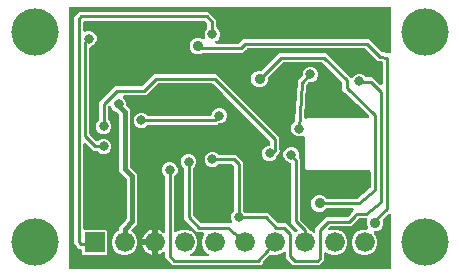
<source format=gbr>
G04 EAGLE Gerber RS-274X export*
G75*
%MOMM*%
%FSLAX34Y34*%
%LPD*%
%INBottom Copper*%
%IPPOS*%
%AMOC8*
5,1,8,0,0,1.08239X$1,22.5*%
G01*
%ADD10R,1.676400X1.676400*%
%ADD11C,1.676400*%
%ADD12C,4.000000*%
%ADD13C,0.806400*%
%ADD14C,0.250000*%
%ADD15C,0.406400*%
%ADD16C,0.254000*%
%ADD17C,0.906400*%

G36*
X135505Y-111743D02*
X135505Y-111743D01*
X135630Y-111734D01*
X135661Y-111723D01*
X135693Y-111719D01*
X135810Y-111673D01*
X135929Y-111632D01*
X135956Y-111614D01*
X135986Y-111602D01*
X136087Y-111528D01*
X136193Y-111459D01*
X136214Y-111435D01*
X136240Y-111416D01*
X136320Y-111318D01*
X136404Y-111225D01*
X136419Y-111196D01*
X136440Y-111171D01*
X136493Y-111057D01*
X136551Y-110946D01*
X136555Y-110920D01*
X136572Y-110885D01*
X136628Y-110574D01*
X136625Y-110535D01*
X136629Y-110510D01*
X136629Y-66020D01*
X136613Y-65895D01*
X136604Y-65770D01*
X136593Y-65739D01*
X136589Y-65707D01*
X136543Y-65590D01*
X136502Y-65471D01*
X136484Y-65444D01*
X136472Y-65414D01*
X136398Y-65313D01*
X136329Y-65207D01*
X136305Y-65186D01*
X136286Y-65160D01*
X136188Y-65080D01*
X136095Y-64996D01*
X136066Y-64981D01*
X136041Y-64960D01*
X135927Y-64907D01*
X135816Y-64849D01*
X135790Y-64845D01*
X135755Y-64828D01*
X135444Y-64772D01*
X135405Y-64775D01*
X135380Y-64771D01*
X135251Y-64771D01*
X135183Y-64779D01*
X135114Y-64778D01*
X135027Y-64799D01*
X134938Y-64811D01*
X134874Y-64836D01*
X134808Y-64852D01*
X134755Y-64883D01*
X134645Y-64928D01*
X134479Y-65049D01*
X134428Y-65080D01*
X130275Y-68712D01*
X130222Y-68772D01*
X130161Y-68826D01*
X130117Y-68890D01*
X130066Y-68948D01*
X130029Y-69020D01*
X129984Y-69087D01*
X129958Y-69160D01*
X129922Y-69229D01*
X129905Y-69308D01*
X129878Y-69384D01*
X129871Y-69461D01*
X129854Y-69537D01*
X129857Y-69618D01*
X129849Y-69698D01*
X129861Y-69752D01*
X129865Y-69852D01*
X129935Y-70089D01*
X129944Y-70130D01*
X130293Y-70973D01*
X130293Y-73787D01*
X129216Y-76386D01*
X127226Y-78376D01*
X124627Y-79453D01*
X123316Y-79453D01*
X123175Y-79471D01*
X123034Y-79485D01*
X123019Y-79491D01*
X123003Y-79493D01*
X122871Y-79545D01*
X122738Y-79594D01*
X122725Y-79604D01*
X122710Y-79610D01*
X122595Y-79693D01*
X122479Y-79774D01*
X122468Y-79787D01*
X122455Y-79796D01*
X122366Y-79906D01*
X122273Y-80014D01*
X122266Y-80028D01*
X122256Y-80041D01*
X122197Y-80170D01*
X122134Y-80297D01*
X122131Y-80313D01*
X122124Y-80327D01*
X122099Y-80467D01*
X122070Y-80606D01*
X122071Y-80622D01*
X122068Y-80638D01*
X122079Y-80779D01*
X122086Y-80921D01*
X122091Y-80936D01*
X122092Y-80952D01*
X122138Y-81087D01*
X122180Y-81222D01*
X122187Y-81233D01*
X122194Y-81251D01*
X122367Y-81515D01*
X122411Y-81555D01*
X122432Y-81585D01*
X123560Y-82713D01*
X125223Y-86727D01*
X125223Y-91073D01*
X123560Y-95087D01*
X120487Y-98160D01*
X116473Y-99823D01*
X112127Y-99823D01*
X108113Y-98160D01*
X105040Y-95087D01*
X103377Y-91073D01*
X103377Y-86727D01*
X105040Y-82713D01*
X108113Y-79640D01*
X112127Y-77977D01*
X116013Y-77977D01*
X116068Y-77970D01*
X116123Y-77972D01*
X116224Y-77950D01*
X116326Y-77937D01*
X116378Y-77917D01*
X116431Y-77905D01*
X116523Y-77859D01*
X116619Y-77820D01*
X116664Y-77788D01*
X116713Y-77763D01*
X116790Y-77695D01*
X116874Y-77634D01*
X116909Y-77591D01*
X116950Y-77555D01*
X117008Y-77469D01*
X117073Y-77389D01*
X117096Y-77339D01*
X117127Y-77294D01*
X117162Y-77197D01*
X117205Y-77103D01*
X117215Y-77048D01*
X117233Y-76997D01*
X117243Y-76894D01*
X117261Y-76792D01*
X117257Y-76737D01*
X117262Y-76682D01*
X117248Y-76619D01*
X117237Y-76478D01*
X117181Y-76314D01*
X117168Y-76250D01*
X116147Y-73787D01*
X116147Y-70973D01*
X116506Y-70108D01*
X116520Y-70055D01*
X116543Y-70005D01*
X116561Y-69903D01*
X116589Y-69804D01*
X116589Y-69748D01*
X116599Y-69694D01*
X116591Y-69591D01*
X116593Y-69488D01*
X116580Y-69435D01*
X116575Y-69380D01*
X116542Y-69282D01*
X116518Y-69182D01*
X116491Y-69133D01*
X116474Y-69081D01*
X116417Y-68995D01*
X116368Y-68904D01*
X116331Y-68863D01*
X116300Y-68817D01*
X116224Y-68748D01*
X116154Y-68672D01*
X116107Y-68643D01*
X116066Y-68606D01*
X115975Y-68558D01*
X115888Y-68502D01*
X115836Y-68485D01*
X115787Y-68459D01*
X115723Y-68448D01*
X115589Y-68403D01*
X115416Y-68392D01*
X115351Y-68381D01*
X110288Y-68381D01*
X110179Y-68395D01*
X110069Y-68400D01*
X110023Y-68414D01*
X109975Y-68421D01*
X109873Y-68461D01*
X109768Y-68494D01*
X109737Y-68515D01*
X109682Y-68538D01*
X109427Y-68724D01*
X109415Y-68739D01*
X109404Y-68747D01*
X109127Y-69023D01*
X108975Y-69221D01*
X108947Y-69251D01*
X108433Y-70086D01*
X108295Y-70118D01*
X108181Y-70162D01*
X108064Y-70198D01*
X108040Y-70214D01*
X108000Y-70229D01*
X107742Y-70411D01*
X107719Y-70437D01*
X107700Y-70451D01*
X102790Y-75361D01*
X85468Y-75361D01*
X85359Y-75375D01*
X85249Y-75380D01*
X85203Y-75394D01*
X85155Y-75401D01*
X85053Y-75441D01*
X84948Y-75474D01*
X84917Y-75496D01*
X84862Y-75518D01*
X84607Y-75704D01*
X84595Y-75719D01*
X84584Y-75727D01*
X83668Y-76643D01*
X83624Y-76699D01*
X83573Y-76749D01*
X83528Y-76824D01*
X83475Y-76893D01*
X83446Y-76958D01*
X83410Y-77019D01*
X83385Y-77102D01*
X83350Y-77183D01*
X83339Y-77253D01*
X83319Y-77321D01*
X83315Y-77408D01*
X83302Y-77494D01*
X83309Y-77565D01*
X83307Y-77636D01*
X83325Y-77722D01*
X83334Y-77808D01*
X83359Y-77875D01*
X83374Y-77945D01*
X83413Y-78022D01*
X83443Y-78104D01*
X83484Y-78163D01*
X83516Y-78226D01*
X83574Y-78292D01*
X83623Y-78363D01*
X83677Y-78410D01*
X83724Y-78463D01*
X83797Y-78512D01*
X83863Y-78569D01*
X83927Y-78600D01*
X83985Y-78640D01*
X84068Y-78670D01*
X84146Y-78708D01*
X84216Y-78723D01*
X84283Y-78747D01*
X84369Y-78754D01*
X84455Y-78772D01*
X84526Y-78769D01*
X84597Y-78775D01*
X84656Y-78762D01*
X84770Y-78756D01*
X84974Y-78693D01*
X85029Y-78681D01*
X86727Y-77977D01*
X91073Y-77977D01*
X95087Y-79640D01*
X98160Y-82713D01*
X99823Y-86727D01*
X99823Y-91073D01*
X98160Y-95087D01*
X95087Y-98160D01*
X91073Y-99823D01*
X86727Y-99823D01*
X82713Y-98160D01*
X82303Y-97750D01*
X82191Y-97664D01*
X82081Y-97574D01*
X82067Y-97567D01*
X82054Y-97557D01*
X81924Y-97501D01*
X81795Y-97442D01*
X81779Y-97439D01*
X81764Y-97433D01*
X81623Y-97411D01*
X81484Y-97386D01*
X81468Y-97387D01*
X81452Y-97385D01*
X81311Y-97399D01*
X81170Y-97410D01*
X81154Y-97415D01*
X81138Y-97417D01*
X81006Y-97466D01*
X80871Y-97512D01*
X80857Y-97521D01*
X80842Y-97526D01*
X80726Y-97607D01*
X80607Y-97685D01*
X80596Y-97697D01*
X80583Y-97706D01*
X80491Y-97814D01*
X80396Y-97919D01*
X80388Y-97933D01*
X80378Y-97945D01*
X80315Y-98073D01*
X80249Y-98198D01*
X80247Y-98211D01*
X80238Y-98228D01*
X80174Y-98537D01*
X80177Y-98597D01*
X80171Y-98634D01*
X80171Y-104140D01*
X75950Y-108361D01*
X53810Y-108361D01*
X47589Y-102140D01*
X47589Y-97874D01*
X47571Y-97733D01*
X47557Y-97592D01*
X47551Y-97577D01*
X47549Y-97561D01*
X47497Y-97430D01*
X47448Y-97296D01*
X47438Y-97283D01*
X47432Y-97268D01*
X47349Y-97153D01*
X47268Y-97037D01*
X47255Y-97026D01*
X47246Y-97013D01*
X47136Y-96924D01*
X47028Y-96831D01*
X47014Y-96824D01*
X47001Y-96814D01*
X46872Y-96755D01*
X46745Y-96692D01*
X46729Y-96689D01*
X46715Y-96682D01*
X46575Y-96657D01*
X46436Y-96628D01*
X46420Y-96629D01*
X46404Y-96626D01*
X46263Y-96637D01*
X46121Y-96644D01*
X46106Y-96649D01*
X46090Y-96650D01*
X45955Y-96696D01*
X45820Y-96738D01*
X45809Y-96745D01*
X45791Y-96752D01*
X45527Y-96925D01*
X45487Y-96969D01*
X45457Y-96990D01*
X44287Y-98160D01*
X40273Y-99823D01*
X35927Y-99823D01*
X35068Y-99467D01*
X34988Y-99445D01*
X34912Y-99414D01*
X34837Y-99404D01*
X34764Y-99384D01*
X34681Y-99383D01*
X34599Y-99372D01*
X34524Y-99381D01*
X34448Y-99380D01*
X34368Y-99399D01*
X34286Y-99409D01*
X34215Y-99437D01*
X34142Y-99455D01*
X34069Y-99494D01*
X33992Y-99524D01*
X33949Y-99558D01*
X33864Y-99604D01*
X33677Y-99777D01*
X33647Y-99801D01*
X28577Y-105635D01*
X28540Y-105690D01*
X28496Y-105739D01*
X28453Y-105821D01*
X28402Y-105897D01*
X28380Y-105960D01*
X28349Y-106019D01*
X28340Y-106071D01*
X27285Y-107126D01*
X27252Y-107168D01*
X27225Y-107190D01*
X26250Y-108312D01*
X26191Y-108330D01*
X26148Y-108361D01*
X24656Y-108361D01*
X24603Y-108367D01*
X24569Y-108364D01*
X23086Y-108468D01*
X23031Y-108439D01*
X22970Y-108428D01*
X22855Y-108388D01*
X22655Y-108371D01*
X22596Y-108361D01*
X-48190Y-108361D01*
X-54411Y-102140D01*
X-54411Y-98249D01*
X-54416Y-98205D01*
X-54414Y-98161D01*
X-54436Y-98049D01*
X-54451Y-97936D01*
X-54467Y-97895D01*
X-54476Y-97852D01*
X-54525Y-97749D01*
X-54568Y-97643D01*
X-54594Y-97608D01*
X-54613Y-97568D01*
X-54687Y-97481D01*
X-54754Y-97389D01*
X-54788Y-97361D01*
X-54817Y-97327D01*
X-54910Y-97262D01*
X-54999Y-97189D01*
X-55039Y-97171D01*
X-55075Y-97146D01*
X-55181Y-97105D01*
X-55285Y-97058D01*
X-55329Y-97050D01*
X-55370Y-97034D01*
X-55484Y-97022D01*
X-55596Y-97002D01*
X-55640Y-97005D01*
X-55684Y-97000D01*
X-55797Y-97017D01*
X-55910Y-97025D01*
X-55952Y-97040D01*
X-55996Y-97046D01*
X-56055Y-97075D01*
X-56209Y-97127D01*
X-56335Y-97210D01*
X-56394Y-97239D01*
X-57775Y-98242D01*
X-59307Y-99022D01*
X-60942Y-99554D01*
X-61001Y-99563D01*
X-61001Y-90150D01*
X-61017Y-90025D01*
X-61026Y-89900D01*
X-61037Y-89869D01*
X-61041Y-89837D01*
X-61087Y-89720D01*
X-61128Y-89601D01*
X-61146Y-89574D01*
X-61158Y-89544D01*
X-61232Y-89443D01*
X-61301Y-89337D01*
X-61325Y-89316D01*
X-61344Y-89290D01*
X-61442Y-89210D01*
X-61535Y-89126D01*
X-61564Y-89111D01*
X-61589Y-89090D01*
X-61703Y-89038D01*
X-61815Y-88979D01*
X-61840Y-88975D01*
X-61875Y-88958D01*
X-62186Y-88903D01*
X-62225Y-88905D01*
X-62250Y-88901D01*
X-63501Y-88901D01*
X-63501Y-88899D01*
X-62250Y-88899D01*
X-62125Y-88883D01*
X-62000Y-88874D01*
X-61969Y-88863D01*
X-61937Y-88859D01*
X-61820Y-88813D01*
X-61701Y-88772D01*
X-61674Y-88754D01*
X-61644Y-88742D01*
X-61543Y-88668D01*
X-61437Y-88599D01*
X-61416Y-88575D01*
X-61390Y-88556D01*
X-61310Y-88458D01*
X-61226Y-88365D01*
X-61211Y-88336D01*
X-61190Y-88311D01*
X-61137Y-88197D01*
X-61079Y-88085D01*
X-61075Y-88060D01*
X-61058Y-88025D01*
X-61002Y-87714D01*
X-61005Y-87675D01*
X-61001Y-87650D01*
X-61001Y-78237D01*
X-60942Y-78246D01*
X-59307Y-78778D01*
X-57775Y-79558D01*
X-56394Y-80561D01*
X-56356Y-80583D01*
X-56321Y-80611D01*
X-56218Y-80658D01*
X-56118Y-80713D01*
X-56075Y-80724D01*
X-56035Y-80742D01*
X-55922Y-80763D01*
X-55812Y-80791D01*
X-55768Y-80790D01*
X-55724Y-80798D01*
X-55610Y-80790D01*
X-55496Y-80789D01*
X-55454Y-80778D01*
X-55410Y-80775D01*
X-55302Y-80738D01*
X-55191Y-80709D01*
X-55153Y-80687D01*
X-55111Y-80673D01*
X-55015Y-80610D01*
X-54916Y-80554D01*
X-54884Y-80524D01*
X-54847Y-80500D01*
X-54771Y-80415D01*
X-54688Y-80336D01*
X-54665Y-80299D01*
X-54636Y-80266D01*
X-54583Y-80165D01*
X-54523Y-80068D01*
X-54510Y-80025D01*
X-54489Y-79986D01*
X-54477Y-79921D01*
X-54429Y-79766D01*
X-54422Y-79616D01*
X-54411Y-79551D01*
X-54411Y-33592D01*
X-54425Y-33483D01*
X-54430Y-33373D01*
X-54444Y-33327D01*
X-54451Y-33279D01*
X-54491Y-33177D01*
X-54524Y-33072D01*
X-54546Y-33041D01*
X-54568Y-32986D01*
X-54754Y-32732D01*
X-54769Y-32719D01*
X-54777Y-32709D01*
X-56192Y-31293D01*
X-57193Y-28877D01*
X-57193Y-26263D01*
X-56192Y-23847D01*
X-54343Y-21998D01*
X-51927Y-20997D01*
X-49313Y-20997D01*
X-46897Y-21998D01*
X-45048Y-23847D01*
X-44047Y-26263D01*
X-44047Y-28877D01*
X-45048Y-31293D01*
X-46463Y-32709D01*
X-46531Y-32795D01*
X-46604Y-32877D01*
X-46627Y-32920D01*
X-46657Y-32958D01*
X-46700Y-33059D01*
X-46751Y-33156D01*
X-46758Y-33193D01*
X-46781Y-33248D01*
X-46829Y-33560D01*
X-46827Y-33579D01*
X-46829Y-33592D01*
X-46829Y-79166D01*
X-46811Y-79306D01*
X-46797Y-79448D01*
X-46791Y-79463D01*
X-46789Y-79479D01*
X-46737Y-79611D01*
X-46688Y-79744D01*
X-46678Y-79757D01*
X-46672Y-79772D01*
X-46588Y-79887D01*
X-46508Y-80003D01*
X-46495Y-80013D01*
X-46486Y-80027D01*
X-46375Y-80117D01*
X-46268Y-80209D01*
X-46254Y-80216D01*
X-46241Y-80226D01*
X-46112Y-80286D01*
X-45985Y-80348D01*
X-45970Y-80351D01*
X-45955Y-80358D01*
X-45815Y-80383D01*
X-45676Y-80412D01*
X-45660Y-80411D01*
X-45644Y-80414D01*
X-45503Y-80403D01*
X-45361Y-80396D01*
X-45346Y-80391D01*
X-45330Y-80390D01*
X-45195Y-80344D01*
X-45060Y-80302D01*
X-45049Y-80295D01*
X-45031Y-80288D01*
X-44767Y-80115D01*
X-44727Y-80071D01*
X-44697Y-80050D01*
X-44287Y-79640D01*
X-40273Y-77977D01*
X-35927Y-77977D01*
X-31913Y-79640D01*
X-28840Y-82713D01*
X-27177Y-86727D01*
X-27177Y-91073D01*
X-28840Y-95087D01*
X-31913Y-98160D01*
X-32434Y-98376D01*
X-32496Y-98411D01*
X-32562Y-98438D01*
X-32633Y-98489D01*
X-32708Y-98532D01*
X-32759Y-98582D01*
X-32817Y-98624D01*
X-32872Y-98692D01*
X-32934Y-98753D01*
X-32971Y-98813D01*
X-33016Y-98869D01*
X-33053Y-98948D01*
X-33098Y-99022D01*
X-33118Y-99091D01*
X-33148Y-99155D01*
X-33163Y-99241D01*
X-33188Y-99325D01*
X-33191Y-99396D01*
X-33204Y-99466D01*
X-33197Y-99553D01*
X-33201Y-99640D01*
X-33185Y-99709D01*
X-33180Y-99780D01*
X-33152Y-99863D01*
X-33133Y-99948D01*
X-33101Y-100012D01*
X-33078Y-100079D01*
X-33030Y-100152D01*
X-32991Y-100230D01*
X-32944Y-100283D01*
X-32905Y-100343D01*
X-32840Y-100401D01*
X-32783Y-100467D01*
X-32724Y-100507D01*
X-32671Y-100554D01*
X-32594Y-100595D01*
X-32522Y-100644D01*
X-32455Y-100668D01*
X-32392Y-100701D01*
X-32332Y-100712D01*
X-32225Y-100750D01*
X-32012Y-100769D01*
X-31956Y-100779D01*
X-18844Y-100779D01*
X-18773Y-100770D01*
X-18702Y-100771D01*
X-18617Y-100750D01*
X-18531Y-100739D01*
X-18465Y-100713D01*
X-18395Y-100696D01*
X-18319Y-100655D01*
X-18238Y-100622D01*
X-18180Y-100580D01*
X-18118Y-100547D01*
X-18054Y-100487D01*
X-17983Y-100436D01*
X-17938Y-100381D01*
X-17886Y-100332D01*
X-17839Y-100259D01*
X-17784Y-100191D01*
X-17754Y-100127D01*
X-17716Y-100067D01*
X-17689Y-99984D01*
X-17652Y-99905D01*
X-17639Y-99835D01*
X-17617Y-99767D01*
X-17612Y-99680D01*
X-17596Y-99594D01*
X-17602Y-99523D01*
X-17597Y-99452D01*
X-17613Y-99367D01*
X-17620Y-99280D01*
X-17643Y-99212D01*
X-17656Y-99142D01*
X-17693Y-99064D01*
X-17722Y-98981D01*
X-17761Y-98921D01*
X-17791Y-98857D01*
X-17847Y-98790D01*
X-17895Y-98717D01*
X-17948Y-98670D01*
X-17993Y-98615D01*
X-18044Y-98582D01*
X-18129Y-98506D01*
X-18318Y-98406D01*
X-18366Y-98376D01*
X-18887Y-98160D01*
X-21960Y-95087D01*
X-23623Y-91073D01*
X-23623Y-86727D01*
X-21960Y-82713D01*
X-21740Y-82493D01*
X-21654Y-82382D01*
X-21564Y-82271D01*
X-21557Y-82257D01*
X-21547Y-82244D01*
X-21491Y-82114D01*
X-21432Y-81985D01*
X-21429Y-81969D01*
X-21423Y-81954D01*
X-21401Y-81814D01*
X-21376Y-81674D01*
X-21377Y-81658D01*
X-21375Y-81642D01*
X-21389Y-81501D01*
X-21400Y-81360D01*
X-21405Y-81344D01*
X-21407Y-81328D01*
X-21456Y-81196D01*
X-21502Y-81061D01*
X-21510Y-81048D01*
X-21516Y-81032D01*
X-21597Y-80916D01*
X-21675Y-80797D01*
X-21687Y-80786D01*
X-21696Y-80773D01*
X-21803Y-80681D01*
X-21909Y-80586D01*
X-21923Y-80578D01*
X-21935Y-80568D01*
X-22063Y-80505D01*
X-22188Y-80439D01*
X-22201Y-80437D01*
X-22218Y-80428D01*
X-22527Y-80364D01*
X-22587Y-80367D01*
X-22624Y-80361D01*
X-27190Y-80361D01*
X-38411Y-69140D01*
X-38411Y-26592D01*
X-38425Y-26483D01*
X-38430Y-26373D01*
X-38444Y-26327D01*
X-38451Y-26279D01*
X-38491Y-26177D01*
X-38524Y-26072D01*
X-38546Y-26041D01*
X-38568Y-25986D01*
X-38754Y-25732D01*
X-38769Y-25719D01*
X-38777Y-25709D01*
X-40192Y-24293D01*
X-41193Y-21877D01*
X-41193Y-19263D01*
X-40192Y-16847D01*
X-38343Y-14998D01*
X-35927Y-13997D01*
X-33313Y-13997D01*
X-30897Y-14998D01*
X-29048Y-16847D01*
X-28047Y-19263D01*
X-28047Y-21877D01*
X-29048Y-24293D01*
X-30463Y-25709D01*
X-30531Y-25795D01*
X-30604Y-25877D01*
X-30627Y-25920D01*
X-30657Y-25958D01*
X-30700Y-26059D01*
X-30751Y-26156D01*
X-30758Y-26193D01*
X-30781Y-26248D01*
X-30829Y-26560D01*
X-30827Y-26579D01*
X-30829Y-26592D01*
X-30829Y-65482D01*
X-30815Y-65591D01*
X-30810Y-65701D01*
X-30796Y-65747D01*
X-30789Y-65795D01*
X-30749Y-65897D01*
X-30716Y-66002D01*
X-30694Y-66033D01*
X-30672Y-66088D01*
X-30486Y-66343D01*
X-30471Y-66355D01*
X-30463Y-66366D01*
X-24416Y-72413D01*
X-24329Y-72481D01*
X-24247Y-72554D01*
X-24204Y-72577D01*
X-24166Y-72607D01*
X-24065Y-72650D01*
X-23968Y-72701D01*
X-23931Y-72708D01*
X-23876Y-72731D01*
X-23564Y-72779D01*
X-23545Y-72777D01*
X-23532Y-72779D01*
X-1045Y-72779D01*
X-1008Y-72775D01*
X-983Y-72778D01*
X693Y-72694D01*
X716Y-72690D01*
X740Y-72691D01*
X871Y-72663D01*
X1003Y-72639D01*
X1025Y-72629D01*
X1049Y-72624D01*
X1169Y-72563D01*
X1290Y-72508D01*
X1309Y-72493D01*
X1330Y-72482D01*
X1431Y-72393D01*
X1535Y-72309D01*
X1549Y-72289D01*
X1567Y-72273D01*
X1643Y-72163D01*
X1722Y-72055D01*
X1731Y-72032D01*
X1745Y-72012D01*
X1790Y-71886D01*
X1839Y-71762D01*
X1843Y-71738D01*
X1851Y-71715D01*
X1863Y-71582D01*
X1880Y-71449D01*
X1877Y-71425D01*
X1879Y-71401D01*
X1867Y-71345D01*
X1841Y-71136D01*
X1798Y-71028D01*
X1785Y-70969D01*
X997Y-69067D01*
X997Y-66453D01*
X1998Y-64037D01*
X3413Y-62621D01*
X3481Y-62535D01*
X3554Y-62453D01*
X3577Y-62410D01*
X3607Y-62372D01*
X3650Y-62271D01*
X3701Y-62174D01*
X3708Y-62137D01*
X3731Y-62082D01*
X3779Y-61770D01*
X3777Y-61751D01*
X3779Y-61738D01*
X3779Y-24658D01*
X3765Y-24549D01*
X3760Y-24439D01*
X3746Y-24393D01*
X3739Y-24345D01*
X3699Y-24243D01*
X3666Y-24138D01*
X3644Y-24107D01*
X3622Y-24052D01*
X3436Y-23797D01*
X3421Y-23785D01*
X3413Y-23774D01*
X2366Y-22727D01*
X2279Y-22659D01*
X2197Y-22586D01*
X2154Y-22563D01*
X2116Y-22533D01*
X2015Y-22490D01*
X1918Y-22439D01*
X1881Y-22432D01*
X1826Y-22409D01*
X1514Y-22361D01*
X1495Y-22363D01*
X1482Y-22361D01*
X-8598Y-22361D01*
X-8707Y-22375D01*
X-8817Y-22380D01*
X-8863Y-22394D01*
X-8911Y-22401D01*
X-9013Y-22441D01*
X-9118Y-22474D01*
X-9149Y-22496D01*
X-9204Y-22518D01*
X-9458Y-22704D01*
X-9471Y-22719D01*
X-9481Y-22727D01*
X-10897Y-24142D01*
X-13313Y-25143D01*
X-15927Y-25143D01*
X-18343Y-24142D01*
X-20192Y-22293D01*
X-21193Y-19877D01*
X-21193Y-17263D01*
X-20192Y-14847D01*
X-18343Y-12998D01*
X-15927Y-11997D01*
X-13313Y-11997D01*
X-10897Y-12998D01*
X-9481Y-14413D01*
X-9395Y-14481D01*
X-9313Y-14554D01*
X-9270Y-14577D01*
X-9232Y-14607D01*
X-9131Y-14650D01*
X-9034Y-14701D01*
X-8997Y-14708D01*
X-8942Y-14731D01*
X-8630Y-14779D01*
X-8611Y-14777D01*
X-8598Y-14779D01*
X5140Y-14779D01*
X11361Y-21000D01*
X11361Y-61738D01*
X11375Y-61847D01*
X11380Y-61957D01*
X11394Y-62003D01*
X11401Y-62051D01*
X11441Y-62153D01*
X11474Y-62258D01*
X11496Y-62289D01*
X11518Y-62344D01*
X11704Y-62598D01*
X11719Y-62611D01*
X11727Y-62621D01*
X12709Y-63603D01*
X12795Y-63671D01*
X12877Y-63744D01*
X12920Y-63767D01*
X12958Y-63797D01*
X13059Y-63840D01*
X13156Y-63891D01*
X13193Y-63898D01*
X13248Y-63921D01*
X13560Y-63969D01*
X13579Y-63967D01*
X13592Y-63969D01*
X32140Y-63969D01*
X40584Y-72413D01*
X40671Y-72481D01*
X40753Y-72554D01*
X40796Y-72577D01*
X40834Y-72607D01*
X40935Y-72650D01*
X41032Y-72701D01*
X41069Y-72708D01*
X41124Y-72731D01*
X41436Y-72779D01*
X41455Y-72777D01*
X41468Y-72779D01*
X47950Y-72779D01*
X55179Y-80008D01*
X55278Y-80085D01*
X55374Y-80167D01*
X55402Y-80181D01*
X55428Y-80201D01*
X55544Y-80251D01*
X55657Y-80306D01*
X55688Y-80313D01*
X55718Y-80325D01*
X55843Y-80344D01*
X55966Y-80370D01*
X55998Y-80368D01*
X56030Y-80373D01*
X56155Y-80360D01*
X56281Y-80354D01*
X56312Y-80345D01*
X56344Y-80341D01*
X56462Y-80298D01*
X56582Y-80260D01*
X56603Y-80245D01*
X56640Y-80232D01*
X56899Y-80052D01*
X56924Y-80022D01*
X56945Y-80008D01*
X57279Y-79674D01*
X57356Y-79575D01*
X57438Y-79479D01*
X57452Y-79451D01*
X57472Y-79425D01*
X57521Y-79309D01*
X57577Y-79196D01*
X57583Y-79165D01*
X57596Y-79135D01*
X57615Y-79010D01*
X57641Y-78887D01*
X57639Y-78855D01*
X57644Y-78823D01*
X57631Y-78698D01*
X57625Y-78572D01*
X57615Y-78541D01*
X57612Y-78509D01*
X57569Y-78391D01*
X57531Y-78271D01*
X57516Y-78250D01*
X57503Y-78213D01*
X57323Y-77954D01*
X57293Y-77929D01*
X57279Y-77908D01*
X54667Y-75297D01*
X52069Y-72698D01*
X52069Y-22582D01*
X52053Y-22457D01*
X52044Y-22332D01*
X52033Y-22301D01*
X52029Y-22269D01*
X51983Y-22152D01*
X51942Y-22033D01*
X51924Y-22006D01*
X51912Y-21976D01*
X51838Y-21875D01*
X51769Y-21769D01*
X51745Y-21748D01*
X51726Y-21722D01*
X51628Y-21642D01*
X51535Y-21558D01*
X51506Y-21543D01*
X51481Y-21522D01*
X51367Y-21469D01*
X51256Y-21411D01*
X51230Y-21407D01*
X51195Y-21390D01*
X50941Y-21345D01*
X48497Y-20332D01*
X46648Y-18483D01*
X45647Y-16067D01*
X45647Y-13453D01*
X46648Y-11037D01*
X48497Y-9188D01*
X50913Y-8187D01*
X53527Y-8187D01*
X55943Y-9188D01*
X57792Y-11037D01*
X58793Y-13453D01*
X58793Y-16067D01*
X58689Y-16319D01*
X58678Y-16356D01*
X58661Y-16392D01*
X58637Y-16508D01*
X58606Y-16623D01*
X58605Y-16662D01*
X58597Y-16701D01*
X58603Y-16819D01*
X58602Y-16939D01*
X58611Y-16977D01*
X58613Y-17016D01*
X58648Y-17129D01*
X58677Y-17245D01*
X58695Y-17280D01*
X58707Y-17317D01*
X58740Y-17364D01*
X58740Y-17365D01*
X58747Y-17376D01*
X58826Y-17523D01*
X58887Y-17588D01*
X58913Y-17629D01*
X58941Y-17654D01*
X58959Y-17680D01*
X59693Y-18414D01*
X59711Y-18552D01*
X59731Y-18708D01*
X59731Y-18709D01*
X59731Y-18710D01*
X59733Y-18713D01*
X59848Y-19001D01*
X59896Y-19068D01*
X59908Y-19093D01*
X59710Y-20216D01*
X59702Y-20368D01*
X59691Y-20433D01*
X59691Y-69024D01*
X59705Y-69133D01*
X59710Y-69243D01*
X59724Y-69289D01*
X59731Y-69337D01*
X59771Y-69439D01*
X59804Y-69544D01*
X59826Y-69575D01*
X59848Y-69630D01*
X60034Y-69884D01*
X60049Y-69897D01*
X60057Y-69907D01*
X67311Y-77162D01*
X67311Y-77821D01*
X67316Y-77860D01*
X67313Y-77899D01*
X67336Y-78016D01*
X67351Y-78134D01*
X67365Y-78170D01*
X67372Y-78209D01*
X67423Y-78316D01*
X67468Y-78427D01*
X67491Y-78459D01*
X67507Y-78494D01*
X67584Y-78585D01*
X67654Y-78681D01*
X67684Y-78706D01*
X67710Y-78736D01*
X67765Y-78771D01*
X67899Y-78881D01*
X68027Y-78940D01*
X68082Y-78975D01*
X69687Y-79640D01*
X70457Y-80410D01*
X70569Y-80497D01*
X70679Y-80586D01*
X70693Y-80593D01*
X70706Y-80603D01*
X70836Y-80659D01*
X70965Y-80718D01*
X70981Y-80721D01*
X70996Y-80727D01*
X71137Y-80749D01*
X71276Y-80774D01*
X71292Y-80773D01*
X71308Y-80775D01*
X71449Y-80761D01*
X71590Y-80750D01*
X71606Y-80745D01*
X71622Y-80743D01*
X71754Y-80694D01*
X71889Y-80648D01*
X71903Y-80639D01*
X71918Y-80634D01*
X72034Y-80553D01*
X72153Y-80475D01*
X72164Y-80463D01*
X72177Y-80454D01*
X72269Y-80347D01*
X72364Y-80241D01*
X72372Y-80227D01*
X72382Y-80215D01*
X72445Y-80087D01*
X72511Y-79962D01*
X72513Y-79949D01*
X72522Y-79932D01*
X72586Y-79623D01*
X72583Y-79563D01*
X72589Y-79526D01*
X72589Y-77000D01*
X81810Y-67779D01*
X99132Y-67779D01*
X99241Y-67765D01*
X99351Y-67760D01*
X99397Y-67746D01*
X99445Y-67739D01*
X99547Y-67699D01*
X99652Y-67666D01*
X99683Y-67644D01*
X99738Y-67622D01*
X99993Y-67436D01*
X100005Y-67421D01*
X100016Y-67413D01*
X102933Y-64497D01*
X103085Y-64299D01*
X103113Y-64269D01*
X103383Y-63829D01*
X103434Y-63718D01*
X103491Y-63609D01*
X103496Y-63581D01*
X103514Y-63542D01*
X103568Y-63231D01*
X103565Y-63197D01*
X103569Y-63174D01*
X103569Y-62992D01*
X104328Y-62233D01*
X104481Y-62036D01*
X104508Y-62005D01*
X104761Y-61596D01*
X104824Y-61455D01*
X104889Y-61315D01*
X104889Y-61311D01*
X104891Y-61308D01*
X104918Y-61155D01*
X104945Y-61004D01*
X104944Y-61001D01*
X104945Y-60997D01*
X104932Y-60841D01*
X104921Y-60690D01*
X104920Y-60686D01*
X104920Y-60683D01*
X104870Y-60540D01*
X104819Y-60391D01*
X104817Y-60388D01*
X104816Y-60385D01*
X104733Y-60260D01*
X104646Y-60127D01*
X104643Y-60125D01*
X104641Y-60122D01*
X104529Y-60022D01*
X104412Y-59916D01*
X104409Y-59914D01*
X104406Y-59912D01*
X104269Y-59841D01*
X104133Y-59769D01*
X104130Y-59769D01*
X104126Y-59767D01*
X103819Y-59697D01*
X103742Y-59699D01*
X103697Y-59691D01*
X82909Y-59691D01*
X82800Y-59705D01*
X82690Y-59710D01*
X82644Y-59724D01*
X82596Y-59731D01*
X82494Y-59771D01*
X82389Y-59804D01*
X82358Y-59826D01*
X82303Y-59848D01*
X82049Y-60034D01*
X82037Y-60049D01*
X82026Y-60057D01*
X80206Y-61876D01*
X77607Y-62953D01*
X74793Y-62953D01*
X72194Y-61876D01*
X70204Y-59886D01*
X69127Y-57287D01*
X69127Y-54473D01*
X70204Y-51874D01*
X72194Y-49884D01*
X74793Y-48807D01*
X77607Y-48807D01*
X80206Y-49884D01*
X82026Y-51703D01*
X82113Y-51771D01*
X82194Y-51844D01*
X82237Y-51867D01*
X82275Y-51897D01*
X82376Y-51940D01*
X82474Y-51991D01*
X82511Y-51998D01*
X82565Y-52021D01*
X82877Y-52069D01*
X82896Y-52067D01*
X82909Y-52069D01*
X107414Y-52069D01*
X107461Y-52063D01*
X107509Y-52066D01*
X107617Y-52043D01*
X107727Y-52029D01*
X107771Y-52012D01*
X107818Y-52002D01*
X107876Y-51970D01*
X108020Y-51912D01*
X108147Y-51819D01*
X108205Y-51787D01*
X118921Y-43019D01*
X118931Y-43009D01*
X118943Y-43001D01*
X119040Y-42894D01*
X119138Y-42790D01*
X119145Y-42778D01*
X119154Y-42767D01*
X119221Y-42639D01*
X119291Y-42514D01*
X119294Y-42500D01*
X119301Y-42488D01*
X119309Y-42445D01*
X119369Y-42208D01*
X119369Y-42107D01*
X119379Y-42052D01*
X119379Y-29190D01*
X119363Y-29065D01*
X119354Y-28940D01*
X119343Y-28909D01*
X119339Y-28877D01*
X119293Y-28760D01*
X119252Y-28641D01*
X119234Y-28614D01*
X119222Y-28584D01*
X119148Y-28483D01*
X119079Y-28377D01*
X119055Y-28356D01*
X119036Y-28330D01*
X118938Y-28250D01*
X118845Y-28166D01*
X118816Y-28151D01*
X118791Y-28130D01*
X118677Y-28077D01*
X118566Y-28019D01*
X118540Y-28015D01*
X118505Y-27998D01*
X118194Y-27942D01*
X118155Y-27945D01*
X118130Y-27941D01*
X65732Y-27941D01*
X63499Y-25708D01*
X63499Y376D01*
X63492Y431D01*
X63494Y486D01*
X63472Y587D01*
X63459Y689D01*
X63439Y740D01*
X63427Y794D01*
X63381Y886D01*
X63342Y982D01*
X63310Y1027D01*
X63285Y1076D01*
X63217Y1153D01*
X63156Y1236D01*
X63113Y1271D01*
X63077Y1313D01*
X62991Y1371D01*
X62911Y1436D01*
X62861Y1459D01*
X62816Y1490D01*
X62719Y1525D01*
X62625Y1568D01*
X62570Y1578D01*
X62519Y1596D01*
X62416Y1605D01*
X62314Y1624D01*
X62259Y1619D01*
X62204Y1624D01*
X62141Y1611D01*
X62000Y1600D01*
X61836Y1544D01*
X61772Y1530D01*
X60147Y857D01*
X57533Y857D01*
X55117Y1858D01*
X53268Y3707D01*
X52267Y6123D01*
X52267Y8737D01*
X53268Y11153D01*
X55091Y12977D01*
X55134Y13032D01*
X55184Y13080D01*
X55230Y13156D01*
X55285Y13226D01*
X55312Y13290D01*
X55348Y13349D01*
X55363Y13408D01*
X55409Y13516D01*
X55441Y13723D01*
X55455Y13779D01*
X57587Y46513D01*
X57584Y46562D01*
X57589Y46594D01*
X57589Y48100D01*
X57614Y48141D01*
X57623Y48176D01*
X58756Y49171D01*
X58789Y49208D01*
X58815Y49226D01*
X61441Y51852D01*
X61509Y51939D01*
X61582Y52021D01*
X61605Y52064D01*
X61635Y52102D01*
X61678Y52203D01*
X61729Y52300D01*
X61736Y52337D01*
X61759Y52392D01*
X61807Y52704D01*
X61805Y52723D01*
X61807Y52736D01*
X61807Y54737D01*
X62808Y57153D01*
X64657Y59002D01*
X67073Y60003D01*
X69687Y60003D01*
X72103Y59002D01*
X73952Y57153D01*
X74953Y54737D01*
X74953Y52123D01*
X73952Y49707D01*
X72103Y47858D01*
X69687Y46857D01*
X67686Y46857D01*
X67577Y46843D01*
X67467Y46838D01*
X67421Y46824D01*
X67373Y46817D01*
X67271Y46777D01*
X67166Y46744D01*
X67135Y46722D01*
X67080Y46700D01*
X66825Y46514D01*
X66813Y46499D01*
X66802Y46491D01*
X65403Y45092D01*
X65360Y45037D01*
X65310Y44988D01*
X65264Y44912D01*
X65209Y44842D01*
X65182Y44778D01*
X65146Y44719D01*
X65131Y44660D01*
X65085Y44552D01*
X65053Y44345D01*
X65039Y44290D01*
X63271Y17145D01*
X63273Y17121D01*
X63269Y17096D01*
X63283Y16963D01*
X63291Y16830D01*
X63299Y16807D01*
X63301Y16782D01*
X63347Y16657D01*
X63389Y16530D01*
X63402Y16509D01*
X63410Y16486D01*
X63487Y16377D01*
X63558Y16264D01*
X63576Y16247D01*
X63590Y16227D01*
X63692Y16140D01*
X63789Y16049D01*
X63811Y16038D01*
X63830Y16022D01*
X63949Y15963D01*
X64067Y15899D01*
X64091Y15893D01*
X64113Y15882D01*
X64243Y15855D01*
X64373Y15823D01*
X64398Y15823D01*
X64422Y15818D01*
X64555Y15825D01*
X64688Y15826D01*
X64712Y15833D01*
X64737Y15834D01*
X64864Y15874D01*
X64993Y15909D01*
X65014Y15921D01*
X65038Y15928D01*
X65086Y15961D01*
X65267Y16064D01*
X65352Y16146D01*
X65401Y16181D01*
X65732Y16511D01*
X117194Y16511D01*
X117195Y16511D01*
X117196Y16511D01*
X117354Y16531D01*
X117507Y16551D01*
X117508Y16551D01*
X117509Y16551D01*
X117649Y16607D01*
X117800Y16668D01*
X117801Y16668D01*
X117802Y16668D01*
X117920Y16755D01*
X118055Y16854D01*
X118055Y16855D01*
X118056Y16855D01*
X118154Y16976D01*
X118254Y17099D01*
X118255Y17099D01*
X118255Y17100D01*
X118316Y17233D01*
X118386Y17385D01*
X118386Y17386D01*
X118387Y17387D01*
X118416Y17550D01*
X118442Y17696D01*
X118442Y17697D01*
X118430Y17852D01*
X118418Y18010D01*
X118418Y18011D01*
X118418Y18012D01*
X118369Y18154D01*
X118317Y18309D01*
X118316Y18310D01*
X118313Y18314D01*
X118143Y18573D01*
X118082Y18628D01*
X118054Y18667D01*
X97903Y37757D01*
X97828Y37812D01*
X97759Y37874D01*
X97701Y37905D01*
X97648Y37943D01*
X97631Y37950D01*
X96414Y39167D01*
X96398Y39179D01*
X96390Y39191D01*
X95249Y40271D01*
X95249Y41842D01*
X95247Y41862D01*
X95249Y41875D01*
X95202Y43596D01*
X95210Y43615D01*
X95249Y43923D01*
X95249Y43926D01*
X95249Y46164D01*
X95235Y46273D01*
X95230Y46383D01*
X95216Y46429D01*
X95209Y46477D01*
X95169Y46579D01*
X95136Y46684D01*
X95114Y46715D01*
X95092Y46770D01*
X94906Y47024D01*
X94891Y47037D01*
X94883Y47047D01*
X78677Y63253D01*
X78591Y63321D01*
X78509Y63394D01*
X78466Y63417D01*
X78428Y63447D01*
X78327Y63490D01*
X78230Y63541D01*
X78193Y63548D01*
X78138Y63571D01*
X77826Y63619D01*
X77807Y63617D01*
X77794Y63619D01*
X75514Y63619D01*
X75386Y63639D01*
X75367Y63637D01*
X75354Y63639D01*
X45468Y63639D01*
X45359Y63625D01*
X45249Y63620D01*
X45203Y63606D01*
X45155Y63599D01*
X45053Y63559D01*
X44948Y63526D01*
X44917Y63504D01*
X44862Y63482D01*
X44607Y63296D01*
X44595Y63281D01*
X44584Y63273D01*
X32819Y51508D01*
X32751Y51421D01*
X32678Y51339D01*
X32655Y51296D01*
X32625Y51258D01*
X32582Y51157D01*
X32531Y51060D01*
X32524Y51023D01*
X32501Y50968D01*
X32453Y50656D01*
X32455Y50637D01*
X32453Y50624D01*
X32453Y48023D01*
X31376Y45424D01*
X29386Y43434D01*
X26787Y42357D01*
X23973Y42357D01*
X21374Y43434D01*
X19384Y45424D01*
X18307Y48023D01*
X18307Y50837D01*
X19384Y53436D01*
X21374Y55426D01*
X23973Y56503D01*
X26574Y56503D01*
X26683Y56517D01*
X26793Y56522D01*
X26839Y56536D01*
X26887Y56543D01*
X26989Y56583D01*
X27094Y56616D01*
X27125Y56638D01*
X27180Y56660D01*
X27435Y56846D01*
X27447Y56861D01*
X27458Y56869D01*
X41810Y71221D01*
X75354Y71221D01*
X75463Y71235D01*
X75573Y71240D01*
X75575Y71241D01*
X81468Y71241D01*
X100272Y52437D01*
X100273Y52437D01*
X102226Y50483D01*
X102269Y50450D01*
X102307Y50409D01*
X102394Y50353D01*
X102475Y50290D01*
X102526Y50269D01*
X102572Y50239D01*
X102670Y50207D01*
X102765Y50166D01*
X102820Y50157D01*
X102872Y50140D01*
X102975Y50134D01*
X103077Y50118D01*
X103132Y50124D01*
X103187Y50120D01*
X103288Y50139D01*
X103391Y50150D01*
X103443Y50169D01*
X103497Y50179D01*
X103590Y50223D01*
X103687Y50259D01*
X103732Y50291D01*
X103782Y50314D01*
X103861Y50380D01*
X103946Y50439D01*
X103982Y50481D01*
X104024Y50516D01*
X104060Y50571D01*
X104152Y50678D01*
X104228Y50834D01*
X104263Y50889D01*
X104348Y51093D01*
X106197Y52942D01*
X108613Y53943D01*
X111227Y53943D01*
X113643Y52942D01*
X115419Y51167D01*
X115505Y51099D01*
X115587Y51026D01*
X115630Y51003D01*
X115668Y50974D01*
X115769Y50930D01*
X115866Y50879D01*
X115903Y50872D01*
X115958Y50849D01*
X116270Y50801D01*
X116289Y50803D01*
X116302Y50801D01*
X120958Y50801D01*
X123557Y48203D01*
X127407Y44353D01*
X127519Y44266D01*
X127629Y44176D01*
X127643Y44169D01*
X127656Y44159D01*
X127787Y44103D01*
X127915Y44044D01*
X127931Y44041D01*
X127946Y44035D01*
X128087Y44013D01*
X128226Y43988D01*
X128242Y43989D01*
X128258Y43987D01*
X128399Y44001D01*
X128540Y44012D01*
X128556Y44017D01*
X128572Y44019D01*
X128705Y44068D01*
X128839Y44114D01*
X128853Y44123D01*
X128868Y44128D01*
X128984Y44209D01*
X129103Y44287D01*
X129114Y44299D01*
X129127Y44308D01*
X129219Y44415D01*
X129314Y44521D01*
X129322Y44535D01*
X129332Y44547D01*
X129395Y44674D01*
X129461Y44800D01*
X129463Y44813D01*
X129472Y44831D01*
X129536Y45140D01*
X129533Y45199D01*
X129539Y45236D01*
X129539Y63178D01*
X129535Y63212D01*
X129537Y63246D01*
X129515Y63367D01*
X129514Y63386D01*
X129512Y63391D01*
X129499Y63491D01*
X129487Y63523D01*
X129481Y63556D01*
X129429Y63669D01*
X129382Y63784D01*
X129362Y63812D01*
X129348Y63842D01*
X129269Y63938D01*
X129196Y64039D01*
X129170Y64060D01*
X129148Y64086D01*
X129048Y64160D01*
X128951Y64238D01*
X128921Y64252D01*
X128893Y64272D01*
X128833Y64293D01*
X128665Y64370D01*
X128535Y64394D01*
X128474Y64414D01*
X127055Y64626D01*
X126932Y64628D01*
X126871Y64639D01*
X125785Y64639D01*
X125760Y64657D01*
X125650Y64743D01*
X125633Y64750D01*
X125619Y64760D01*
X125572Y64776D01*
X125360Y64868D01*
X125266Y64882D01*
X124460Y65970D01*
X124375Y66059D01*
X124340Y66110D01*
X115176Y75273D01*
X115089Y75341D01*
X115007Y75414D01*
X114964Y75437D01*
X114926Y75467D01*
X114825Y75510D01*
X114728Y75561D01*
X114691Y75568D01*
X114636Y75591D01*
X114324Y75639D01*
X114305Y75637D01*
X114292Y75639D01*
X15468Y75639D01*
X15359Y75625D01*
X15249Y75620D01*
X15203Y75606D01*
X15155Y75599D01*
X15053Y75559D01*
X14948Y75526D01*
X14917Y75504D01*
X14862Y75482D01*
X14607Y75296D01*
X14601Y75288D01*
X14596Y75285D01*
X14590Y75278D01*
X14584Y75273D01*
X13537Y74226D01*
X10950Y71639D01*
X-21891Y71639D01*
X-22000Y71625D01*
X-22110Y71620D01*
X-22156Y71606D01*
X-22204Y71599D01*
X-22306Y71559D01*
X-22411Y71526D01*
X-22439Y71506D01*
X-22490Y71485D01*
X-22497Y71482D01*
X-25213Y70357D01*
X-28027Y70357D01*
X-30626Y71434D01*
X-32616Y73424D01*
X-33693Y76023D01*
X-33693Y78837D01*
X-32616Y81436D01*
X-30626Y83426D01*
X-28027Y84503D01*
X-25213Y84503D01*
X-22549Y83399D01*
X-22542Y83395D01*
X-22473Y83341D01*
X-22407Y83313D01*
X-22346Y83276D01*
X-22263Y83251D01*
X-22183Y83217D01*
X-22113Y83206D01*
X-22044Y83186D01*
X-21957Y83182D01*
X-21871Y83169D01*
X-21800Y83176D01*
X-21729Y83173D01*
X-21644Y83192D01*
X-21557Y83201D01*
X-21490Y83225D01*
X-21421Y83241D01*
X-21343Y83280D01*
X-21261Y83310D01*
X-21203Y83351D01*
X-21139Y83383D01*
X-21074Y83440D01*
X-21002Y83490D01*
X-20956Y83544D01*
X-20902Y83591D01*
X-20853Y83663D01*
X-20796Y83729D01*
X-20765Y83793D01*
X-20725Y83852D01*
X-20696Y83934D01*
X-20657Y84012D01*
X-20643Y84082D01*
X-20619Y84149D01*
X-20611Y84236D01*
X-20593Y84321D01*
X-20597Y84392D01*
X-20590Y84464D01*
X-20603Y84522D01*
X-20609Y84636D01*
X-20673Y84841D01*
X-20685Y84896D01*
X-21193Y86123D01*
X-21193Y88737D01*
X-20192Y91153D01*
X-19177Y92169D01*
X-19109Y92255D01*
X-19036Y92337D01*
X-19013Y92380D01*
X-18983Y92418D01*
X-18940Y92519D01*
X-18889Y92616D01*
X-18882Y92653D01*
X-18859Y92708D01*
X-18811Y93020D01*
X-18813Y93039D01*
X-18811Y93052D01*
X-18811Y95904D01*
X-18825Y96013D01*
X-18830Y96123D01*
X-18844Y96169D01*
X-18851Y96217D01*
X-18891Y96319D01*
X-18924Y96424D01*
X-18946Y96455D01*
X-18968Y96510D01*
X-19154Y96764D01*
X-19169Y96777D01*
X-19177Y96787D01*
X-20643Y98253D01*
X-20729Y98321D01*
X-20811Y98394D01*
X-20854Y98417D01*
X-20892Y98447D01*
X-20993Y98490D01*
X-21090Y98541D01*
X-21127Y98548D01*
X-21182Y98571D01*
X-21494Y98619D01*
X-21513Y98617D01*
X-21526Y98619D01*
X-31576Y98619D01*
X-31704Y98639D01*
X-31723Y98637D01*
X-31736Y98639D01*
X-122580Y98639D01*
X-122705Y98623D01*
X-122830Y98614D01*
X-122861Y98603D01*
X-122893Y98599D01*
X-123010Y98553D01*
X-123129Y98512D01*
X-123156Y98494D01*
X-123186Y98482D01*
X-123287Y98408D01*
X-123393Y98339D01*
X-123414Y98315D01*
X-123440Y98296D01*
X-123520Y98198D01*
X-123604Y98105D01*
X-123619Y98076D01*
X-123640Y98051D01*
X-123693Y97937D01*
X-123751Y97826D01*
X-123755Y97800D01*
X-123772Y97765D01*
X-123828Y97454D01*
X-123825Y97415D01*
X-123829Y97390D01*
X-123829Y90463D01*
X-123822Y90409D01*
X-123824Y90353D01*
X-123802Y90253D01*
X-123789Y90150D01*
X-123769Y90099D01*
X-123757Y90045D01*
X-123711Y89953D01*
X-123672Y89857D01*
X-123640Y89813D01*
X-123615Y89764D01*
X-123547Y89686D01*
X-123486Y89603D01*
X-123443Y89568D01*
X-123407Y89527D01*
X-123321Y89469D01*
X-123241Y89403D01*
X-123191Y89380D01*
X-123146Y89349D01*
X-123049Y89315D01*
X-122955Y89272D01*
X-122900Y89262D01*
X-122849Y89243D01*
X-122746Y89234D01*
X-122644Y89216D01*
X-122589Y89220D01*
X-122534Y89215D01*
X-122471Y89229D01*
X-122330Y89239D01*
X-122166Y89295D01*
X-122102Y89309D01*
X-120427Y90003D01*
X-117813Y90003D01*
X-115397Y89002D01*
X-113548Y87153D01*
X-112547Y84737D01*
X-112547Y82123D01*
X-113548Y79707D01*
X-115397Y77858D01*
X-117868Y76834D01*
X-117902Y76815D01*
X-117939Y76802D01*
X-118039Y76737D01*
X-118142Y76678D01*
X-118170Y76650D01*
X-118203Y76629D01*
X-118283Y76540D01*
X-118368Y76458D01*
X-118388Y76424D01*
X-118414Y76395D01*
X-118470Y76289D01*
X-118531Y76188D01*
X-118543Y76150D01*
X-118561Y76116D01*
X-118572Y76051D01*
X-118622Y75886D01*
X-118628Y75748D01*
X-118638Y75692D01*
X-118637Y75690D01*
X-118639Y75680D01*
X-118639Y3328D01*
X-118625Y3219D01*
X-118620Y3109D01*
X-118606Y3063D01*
X-118599Y3015D01*
X-118559Y2913D01*
X-118526Y2808D01*
X-118504Y2777D01*
X-118482Y2722D01*
X-118296Y2467D01*
X-118281Y2455D01*
X-118273Y2444D01*
X-112971Y-2859D01*
X-112871Y-2935D01*
X-112776Y-3018D01*
X-112747Y-3032D01*
X-112721Y-3052D01*
X-112605Y-3101D01*
X-112492Y-3157D01*
X-112461Y-3163D01*
X-112431Y-3176D01*
X-112306Y-3195D01*
X-112183Y-3221D01*
X-112151Y-3219D01*
X-112119Y-3224D01*
X-111994Y-3211D01*
X-111868Y-3205D01*
X-111838Y-3196D01*
X-111805Y-3192D01*
X-111687Y-3149D01*
X-111567Y-3111D01*
X-111546Y-3096D01*
X-111509Y-3083D01*
X-111250Y-2903D01*
X-111225Y-2873D01*
X-111204Y-2859D01*
X-110343Y-1998D01*
X-107927Y-997D01*
X-105313Y-997D01*
X-102897Y-1998D01*
X-101048Y-3847D01*
X-100047Y-6263D01*
X-100047Y-8877D01*
X-101048Y-11293D01*
X-102897Y-13142D01*
X-105313Y-14143D01*
X-107927Y-14143D01*
X-110343Y-13142D01*
X-111759Y-11727D01*
X-111845Y-11659D01*
X-111927Y-11586D01*
X-111970Y-11563D01*
X-112008Y-11533D01*
X-112109Y-11490D01*
X-112206Y-11439D01*
X-112243Y-11432D01*
X-112298Y-11409D01*
X-112610Y-11361D01*
X-112629Y-11363D01*
X-112642Y-11361D01*
X-115190Y-11361D01*
X-121697Y-4854D01*
X-121809Y-4768D01*
X-121919Y-4678D01*
X-121933Y-4671D01*
X-121946Y-4661D01*
X-122077Y-4605D01*
X-122205Y-4546D01*
X-122221Y-4543D01*
X-122236Y-4537D01*
X-122377Y-4515D01*
X-122516Y-4490D01*
X-122532Y-4491D01*
X-122548Y-4489D01*
X-122689Y-4503D01*
X-122830Y-4514D01*
X-122846Y-4519D01*
X-122862Y-4521D01*
X-122995Y-4570D01*
X-123129Y-4615D01*
X-123143Y-4624D01*
X-123158Y-4630D01*
X-123274Y-4711D01*
X-123393Y-4789D01*
X-123404Y-4801D01*
X-123417Y-4810D01*
X-123509Y-4917D01*
X-123604Y-5023D01*
X-123612Y-5037D01*
X-123622Y-5049D01*
X-123685Y-5176D01*
X-123751Y-5302D01*
X-123753Y-5315D01*
X-123762Y-5332D01*
X-123826Y-5641D01*
X-123823Y-5701D01*
X-123829Y-5738D01*
X-123829Y-76728D01*
X-123813Y-76853D01*
X-123804Y-76978D01*
X-123793Y-77009D01*
X-123789Y-77041D01*
X-123743Y-77158D01*
X-123702Y-77277D01*
X-123684Y-77304D01*
X-123672Y-77334D01*
X-123598Y-77435D01*
X-123529Y-77541D01*
X-123505Y-77562D01*
X-123486Y-77588D01*
X-123388Y-77668D01*
X-123295Y-77752D01*
X-123266Y-77767D01*
X-123241Y-77788D01*
X-123127Y-77841D01*
X-123016Y-77899D01*
X-122990Y-77903D01*
X-122955Y-77920D01*
X-122644Y-77976D01*
X-122605Y-77973D01*
X-122580Y-77977D01*
X-104866Y-77977D01*
X-103377Y-79466D01*
X-103377Y-98334D01*
X-104866Y-99823D01*
X-123734Y-99823D01*
X-125223Y-98334D01*
X-125223Y-95790D01*
X-125230Y-95731D01*
X-125228Y-95672D01*
X-125250Y-95575D01*
X-125263Y-95477D01*
X-125285Y-95422D01*
X-125298Y-95364D01*
X-125343Y-95276D01*
X-125380Y-95184D01*
X-125415Y-95136D01*
X-125442Y-95083D01*
X-125508Y-95009D01*
X-125566Y-94930D01*
X-125612Y-94892D01*
X-125652Y-94848D01*
X-125734Y-94793D01*
X-125811Y-94730D01*
X-125865Y-94705D01*
X-125914Y-94672D01*
X-126008Y-94640D01*
X-126097Y-94598D01*
X-126156Y-94588D01*
X-126212Y-94568D01*
X-126276Y-94566D01*
X-126408Y-94543D01*
X-126590Y-94556D01*
X-126630Y-94555D01*
X-126696Y-94521D01*
X-126817Y-94453D01*
X-126835Y-94448D01*
X-126852Y-94439D01*
X-126902Y-94430D01*
X-127122Y-94372D01*
X-127180Y-94371D01*
X-128039Y-93512D01*
X-128135Y-93438D01*
X-128177Y-93392D01*
X-129154Y-92667D01*
X-129174Y-92603D01*
X-129212Y-92469D01*
X-129221Y-92453D01*
X-129227Y-92435D01*
X-129256Y-92393D01*
X-129370Y-92196D01*
X-129446Y-92119D01*
X-129479Y-92072D01*
X-131411Y-90140D01*
X-131411Y102000D01*
X-127190Y106221D01*
X-31736Y106221D01*
X-31627Y106235D01*
X-31517Y106240D01*
X-31515Y106241D01*
X-17852Y106241D01*
X-11189Y99578D01*
X-11189Y93812D01*
X-11175Y93703D01*
X-11170Y93593D01*
X-11156Y93547D01*
X-11149Y93499D01*
X-11109Y93397D01*
X-11076Y93292D01*
X-11054Y93261D01*
X-11032Y93206D01*
X-10846Y92952D01*
X-10831Y92939D01*
X-10823Y92929D01*
X-9048Y91153D01*
X-8047Y88737D01*
X-8047Y86123D01*
X-9048Y83707D01*
X-10897Y81858D01*
X-11461Y81624D01*
X-11523Y81589D01*
X-11589Y81562D01*
X-11660Y81511D01*
X-11735Y81468D01*
X-11786Y81418D01*
X-11844Y81376D01*
X-11899Y81308D01*
X-11961Y81247D01*
X-11998Y81187D01*
X-12043Y81131D01*
X-12079Y81052D01*
X-12125Y80978D01*
X-12145Y80909D01*
X-12175Y80845D01*
X-12190Y80759D01*
X-12215Y80675D01*
X-12218Y80604D01*
X-12231Y80534D01*
X-12224Y80447D01*
X-12228Y80360D01*
X-12212Y80291D01*
X-12207Y80220D01*
X-12179Y80137D01*
X-12160Y80052D01*
X-12128Y79988D01*
X-12105Y79921D01*
X-12057Y79848D01*
X-12018Y79770D01*
X-11971Y79717D01*
X-11932Y79657D01*
X-11867Y79599D01*
X-11810Y79533D01*
X-11751Y79493D01*
X-11698Y79446D01*
X-11621Y79405D01*
X-11549Y79356D01*
X-11482Y79332D01*
X-11419Y79299D01*
X-11359Y79288D01*
X-11252Y79250D01*
X-11039Y79231D01*
X-10983Y79221D01*
X7292Y79221D01*
X7401Y79235D01*
X7511Y79240D01*
X7557Y79254D01*
X7605Y79261D01*
X7707Y79301D01*
X7812Y79334D01*
X7843Y79356D01*
X7898Y79378D01*
X8153Y79564D01*
X8165Y79579D01*
X8176Y79587D01*
X9223Y80634D01*
X11810Y83221D01*
X117950Y83221D01*
X120537Y80634D01*
X128861Y72310D01*
X128875Y72299D01*
X128886Y72286D01*
X128999Y72203D01*
X129110Y72117D01*
X129127Y72110D01*
X129141Y72100D01*
X129188Y72084D01*
X129400Y71992D01*
X129505Y71976D01*
X129560Y71958D01*
X133541Y71364D01*
X133664Y71362D01*
X133725Y71351D01*
X135380Y71351D01*
X135505Y71367D01*
X135630Y71376D01*
X135661Y71387D01*
X135693Y71391D01*
X135810Y71437D01*
X135929Y71478D01*
X135956Y71496D01*
X135986Y71508D01*
X136087Y71582D01*
X136193Y71651D01*
X136214Y71675D01*
X136240Y71694D01*
X136320Y71792D01*
X136404Y71885D01*
X136419Y71914D01*
X136440Y71939D01*
X136493Y72053D01*
X136551Y72164D01*
X136555Y72190D01*
X136572Y72225D01*
X136628Y72536D01*
X136625Y72575D01*
X136629Y72600D01*
X136629Y109430D01*
X136613Y109555D01*
X136604Y109680D01*
X136593Y109711D01*
X136589Y109743D01*
X136543Y109860D01*
X136502Y109979D01*
X136484Y110006D01*
X136472Y110036D01*
X136398Y110137D01*
X136329Y110243D01*
X136305Y110264D01*
X136286Y110290D01*
X136188Y110370D01*
X136095Y110454D01*
X136066Y110469D01*
X136041Y110490D01*
X135927Y110543D01*
X135816Y110601D01*
X135790Y110605D01*
X135755Y110622D01*
X135444Y110678D01*
X135405Y110675D01*
X135380Y110679D01*
X-134620Y110679D01*
X-134745Y110663D01*
X-134870Y110654D01*
X-134901Y110643D01*
X-134933Y110639D01*
X-135050Y110593D01*
X-135169Y110552D01*
X-135196Y110534D01*
X-135226Y110522D01*
X-135327Y110448D01*
X-135433Y110379D01*
X-135454Y110355D01*
X-135480Y110336D01*
X-135560Y110238D01*
X-135644Y110145D01*
X-135659Y110116D01*
X-135680Y110091D01*
X-135733Y109977D01*
X-135791Y109866D01*
X-135795Y109840D01*
X-135812Y109805D01*
X-135868Y109494D01*
X-135865Y109455D01*
X-135869Y109430D01*
X-135869Y-110510D01*
X-135853Y-110635D01*
X-135844Y-110760D01*
X-135833Y-110791D01*
X-135829Y-110823D01*
X-135783Y-110940D01*
X-135742Y-111059D01*
X-135724Y-111086D01*
X-135712Y-111116D01*
X-135638Y-111217D01*
X-135569Y-111323D01*
X-135545Y-111344D01*
X-135526Y-111370D01*
X-135428Y-111450D01*
X-135335Y-111534D01*
X-135306Y-111549D01*
X-135281Y-111570D01*
X-135167Y-111623D01*
X-135056Y-111681D01*
X-135030Y-111685D01*
X-134995Y-111702D01*
X-134684Y-111758D01*
X-134645Y-111755D01*
X-134620Y-111759D01*
X135380Y-111759D01*
X135505Y-111743D01*
G37*
%LPC*%
G36*
X-91073Y-99823D02*
X-91073Y-99823D01*
X-95087Y-98160D01*
X-98160Y-95087D01*
X-99823Y-91073D01*
X-99823Y-86727D01*
X-98160Y-82713D01*
X-95087Y-79640D01*
X-94244Y-79291D01*
X-94210Y-79271D01*
X-94173Y-79259D01*
X-94073Y-79193D01*
X-93970Y-79134D01*
X-93942Y-79107D01*
X-93909Y-79085D01*
X-93829Y-78997D01*
X-93744Y-78914D01*
X-93724Y-78881D01*
X-93698Y-78852D01*
X-93642Y-78746D01*
X-93581Y-78644D01*
X-93569Y-78607D01*
X-93551Y-78572D01*
X-93540Y-78508D01*
X-93490Y-78342D01*
X-93484Y-78201D01*
X-93473Y-78137D01*
X-93473Y-75576D01*
X-87489Y-69592D01*
X-87421Y-69505D01*
X-87348Y-69423D01*
X-87325Y-69381D01*
X-87295Y-69342D01*
X-87252Y-69241D01*
X-87201Y-69144D01*
X-87194Y-69107D01*
X-87171Y-69052D01*
X-87123Y-68741D01*
X-87125Y-68721D01*
X-87123Y-68708D01*
X-87123Y-35432D01*
X-87137Y-35323D01*
X-87142Y-35213D01*
X-87156Y-35167D01*
X-87163Y-35119D01*
X-87203Y-35016D01*
X-87236Y-34912D01*
X-87258Y-34881D01*
X-87280Y-34826D01*
X-87466Y-34571D01*
X-87481Y-34559D01*
X-87489Y-34548D01*
X-93473Y-28564D01*
X-93473Y19178D01*
X-93487Y19287D01*
X-93492Y19397D01*
X-93506Y19444D01*
X-93513Y19491D01*
X-93553Y19594D01*
X-93586Y19698D01*
X-93608Y19729D01*
X-93630Y19784D01*
X-93816Y20039D01*
X-93831Y20051D01*
X-93839Y20062D01*
X-94867Y21090D01*
X-94885Y21104D01*
X-94900Y21122D01*
X-94947Y21152D01*
X-95117Y21283D01*
X-95222Y21329D01*
X-95272Y21361D01*
X-97703Y22368D01*
X-99552Y24217D01*
X-100103Y25548D01*
X-100136Y25605D01*
X-100151Y25644D01*
X-100171Y25703D01*
X-100195Y25752D01*
X-100202Y25786D01*
X-100406Y26278D01*
X-100441Y26340D01*
X-100468Y26406D01*
X-100519Y26476D01*
X-100562Y26552D01*
X-100612Y26603D01*
X-100654Y26660D01*
X-100722Y26716D01*
X-100783Y26778D01*
X-100843Y26815D01*
X-100899Y26860D01*
X-100978Y26896D01*
X-101052Y26941D01*
X-101121Y26962D01*
X-101185Y26992D01*
X-101271Y27007D01*
X-101355Y27032D01*
X-101426Y27035D01*
X-101496Y27048D01*
X-101583Y27041D01*
X-101670Y27044D01*
X-101739Y27029D01*
X-101810Y27024D01*
X-101893Y26996D01*
X-101978Y26977D01*
X-102042Y26945D01*
X-102109Y26922D01*
X-102182Y26874D01*
X-102260Y26835D01*
X-102313Y26788D01*
X-102373Y26749D01*
X-102431Y26684D01*
X-102497Y26627D01*
X-102537Y26568D01*
X-102584Y26515D01*
X-102625Y26438D01*
X-102674Y26366D01*
X-102698Y26299D01*
X-102731Y26236D01*
X-102742Y26176D01*
X-102780Y26069D01*
X-102799Y25855D01*
X-102809Y25800D01*
X-102809Y15432D01*
X-102795Y15323D01*
X-102790Y15213D01*
X-102776Y15167D01*
X-102769Y15119D01*
X-102729Y15017D01*
X-102696Y14912D01*
X-102674Y14881D01*
X-102652Y14826D01*
X-102466Y14572D01*
X-102451Y14559D01*
X-102443Y14549D01*
X-101048Y13153D01*
X-100047Y10737D01*
X-100047Y8123D01*
X-101048Y5707D01*
X-102897Y3858D01*
X-105313Y2857D01*
X-107927Y2857D01*
X-110343Y3858D01*
X-112192Y5707D01*
X-113193Y8123D01*
X-113193Y10737D01*
X-112192Y13153D01*
X-110797Y14549D01*
X-110729Y14635D01*
X-110656Y14717D01*
X-110633Y14760D01*
X-110603Y14798D01*
X-110560Y14899D01*
X-110509Y14996D01*
X-110502Y15033D01*
X-110479Y15088D01*
X-110431Y15400D01*
X-110433Y15419D01*
X-110431Y15432D01*
X-110431Y29578D01*
X-96828Y43181D01*
X-74486Y43181D01*
X-74377Y43195D01*
X-74267Y43200D01*
X-74221Y43214D01*
X-74173Y43221D01*
X-74071Y43261D01*
X-73966Y43294D01*
X-73935Y43316D01*
X-73880Y43338D01*
X-73626Y43524D01*
X-73613Y43539D01*
X-73603Y43547D01*
X-66407Y50743D01*
X-63808Y53341D01*
X-11122Y53341D01*
X-2581Y44800D01*
X-2498Y44736D01*
X-2461Y44702D01*
X-1108Y43327D01*
X-1103Y43323D01*
X-1101Y43320D01*
X291Y41929D01*
X344Y41856D01*
X359Y41843D01*
X367Y41833D01*
X42191Y8D01*
X42191Y-10462D01*
X42197Y-10509D01*
X42194Y-10556D01*
X42211Y-10620D01*
X42231Y-10775D01*
X42288Y-10920D01*
X42305Y-10984D01*
X42502Y-11412D01*
X42268Y-12043D01*
X42197Y-12350D01*
X42199Y-12430D01*
X42191Y-12476D01*
X42191Y-13148D01*
X41858Y-13481D01*
X41829Y-13519D01*
X41794Y-13550D01*
X41761Y-13607D01*
X41665Y-13731D01*
X41603Y-13874D01*
X41569Y-13931D01*
X41406Y-14373D01*
X41117Y-14506D01*
X41044Y-14552D01*
X40966Y-14588D01*
X40910Y-14635D01*
X40849Y-14673D01*
X40790Y-14735D01*
X40724Y-14791D01*
X40695Y-14835D01*
X40632Y-14902D01*
X40500Y-15139D01*
X40484Y-15163D01*
X39602Y-17293D01*
X37753Y-19142D01*
X35337Y-20143D01*
X32723Y-20143D01*
X30307Y-19142D01*
X28458Y-17293D01*
X27457Y-14877D01*
X27457Y-12263D01*
X28458Y-9847D01*
X30307Y-7998D01*
X32723Y-6997D01*
X33320Y-6997D01*
X33445Y-6981D01*
X33570Y-6972D01*
X33601Y-6961D01*
X33633Y-6957D01*
X33750Y-6911D01*
X33869Y-6870D01*
X33896Y-6852D01*
X33926Y-6840D01*
X34027Y-6766D01*
X34133Y-6697D01*
X34154Y-6673D01*
X34180Y-6654D01*
X34260Y-6556D01*
X34344Y-6463D01*
X34359Y-6434D01*
X34380Y-6409D01*
X34433Y-6295D01*
X34491Y-6184D01*
X34495Y-6158D01*
X34512Y-6123D01*
X34568Y-5812D01*
X34565Y-5773D01*
X34569Y-5748D01*
X34569Y-3666D01*
X34555Y-3557D01*
X34550Y-3447D01*
X34536Y-3401D01*
X34529Y-3353D01*
X34489Y-3251D01*
X34456Y-3146D01*
X34434Y-3115D01*
X34412Y-3060D01*
X34226Y-2806D01*
X34211Y-2793D01*
X34203Y-2783D01*
X-3789Y35210D01*
X-3872Y35274D01*
X-3909Y35308D01*
X-5262Y36683D01*
X-5267Y36687D01*
X-5269Y36690D01*
X-6661Y38081D01*
X-6714Y38154D01*
X-6729Y38167D01*
X-6737Y38177D01*
X-13913Y45353D01*
X-13999Y45421D01*
X-14081Y45494D01*
X-14124Y45517D01*
X-14162Y45547D01*
X-14263Y45590D01*
X-14360Y45641D01*
X-14397Y45648D01*
X-14452Y45671D01*
X-14764Y45719D01*
X-14783Y45717D01*
X-14796Y45719D01*
X-60134Y45719D01*
X-60243Y45705D01*
X-60353Y45700D01*
X-60399Y45686D01*
X-60447Y45679D01*
X-60549Y45639D01*
X-60654Y45606D01*
X-60685Y45584D01*
X-60740Y45562D01*
X-60994Y45376D01*
X-61007Y45361D01*
X-61017Y45353D01*
X-70812Y35559D01*
X-89288Y35559D01*
X-89428Y35541D01*
X-89570Y35527D01*
X-89585Y35521D01*
X-89601Y35519D01*
X-89732Y35467D01*
X-89866Y35418D01*
X-89879Y35408D01*
X-89894Y35402D01*
X-90008Y35319D01*
X-90125Y35238D01*
X-90135Y35225D01*
X-90148Y35216D01*
X-90238Y35106D01*
X-90331Y34998D01*
X-90338Y34984D01*
X-90348Y34971D01*
X-90407Y34842D01*
X-90470Y34715D01*
X-90473Y34699D01*
X-90480Y34685D01*
X-90505Y34545D01*
X-90534Y34406D01*
X-90533Y34390D01*
X-90536Y34374D01*
X-90525Y34233D01*
X-90518Y34091D01*
X-90513Y34076D01*
X-90512Y34060D01*
X-90466Y33925D01*
X-90424Y33790D01*
X-90416Y33779D01*
X-90410Y33761D01*
X-90237Y33497D01*
X-90193Y33457D01*
X-90171Y33427D01*
X-88408Y31663D01*
X-87407Y29247D01*
X-87407Y27082D01*
X-87393Y26973D01*
X-87388Y26863D01*
X-87374Y26817D01*
X-87367Y26769D01*
X-87327Y26666D01*
X-87294Y26562D01*
X-87272Y26531D01*
X-87250Y26476D01*
X-87064Y26221D01*
X-87049Y26209D01*
X-87041Y26198D01*
X-84327Y23484D01*
X-84327Y-24258D01*
X-84313Y-24367D01*
X-84308Y-24477D01*
X-84294Y-24523D01*
X-84287Y-24571D01*
X-84247Y-24674D01*
X-84214Y-24778D01*
X-84192Y-24809D01*
X-84170Y-24864D01*
X-83984Y-25119D01*
X-83969Y-25131D01*
X-83961Y-25142D01*
X-77977Y-31126D01*
X-77977Y-73014D01*
X-81022Y-76059D01*
X-82775Y-77811D01*
X-82852Y-77911D01*
X-82934Y-78006D01*
X-82948Y-78035D01*
X-82968Y-78061D01*
X-83017Y-78177D01*
X-83073Y-78290D01*
X-83080Y-78321D01*
X-83092Y-78351D01*
X-83111Y-78476D01*
X-83137Y-78599D01*
X-83135Y-78631D01*
X-83140Y-78663D01*
X-83128Y-78788D01*
X-83121Y-78914D01*
X-83112Y-78945D01*
X-83108Y-78977D01*
X-83065Y-79095D01*
X-83027Y-79215D01*
X-83013Y-79236D01*
X-82999Y-79273D01*
X-82819Y-79532D01*
X-82789Y-79557D01*
X-82775Y-79578D01*
X-79640Y-82713D01*
X-77977Y-86727D01*
X-77977Y-91073D01*
X-79640Y-95087D01*
X-82713Y-98160D01*
X-86727Y-99823D01*
X-91073Y-99823D01*
G37*
%LPD*%
%LPC*%
G36*
X-75927Y7857D02*
X-75927Y7857D01*
X-78343Y8858D01*
X-80192Y10707D01*
X-81193Y13123D01*
X-81193Y15737D01*
X-80192Y18153D01*
X-78343Y20002D01*
X-75927Y21003D01*
X-73313Y21003D01*
X-70897Y20002D01*
X-69481Y18587D01*
X-69395Y18519D01*
X-69313Y18446D01*
X-69270Y18423D01*
X-69232Y18393D01*
X-69131Y18350D01*
X-69034Y18299D01*
X-68997Y18292D01*
X-68942Y18269D01*
X-68630Y18221D01*
X-68611Y18223D01*
X-68598Y18221D01*
X-16442Y18221D01*
X-16317Y18237D01*
X-16192Y18246D01*
X-16161Y18257D01*
X-16129Y18261D01*
X-16012Y18307D01*
X-15893Y18348D01*
X-15866Y18366D01*
X-15836Y18378D01*
X-15735Y18452D01*
X-15629Y18521D01*
X-15608Y18545D01*
X-15582Y18564D01*
X-15502Y18662D01*
X-15418Y18755D01*
X-15403Y18784D01*
X-15382Y18809D01*
X-15329Y18923D01*
X-15271Y19034D01*
X-15267Y19060D01*
X-15250Y19095D01*
X-15194Y19406D01*
X-15197Y19445D01*
X-15193Y19470D01*
X-15193Y19737D01*
X-14192Y22153D01*
X-12343Y24002D01*
X-9927Y25003D01*
X-7313Y25003D01*
X-4897Y24002D01*
X-3048Y22153D01*
X-2047Y19737D01*
X-2047Y17123D01*
X-3048Y14707D01*
X-4897Y12858D01*
X-7313Y11857D01*
X-9314Y11857D01*
X-9423Y11843D01*
X-9533Y11838D01*
X-9579Y11824D01*
X-9627Y11817D01*
X-9729Y11777D01*
X-9834Y11744D01*
X-9865Y11722D01*
X-9920Y11700D01*
X-10175Y11514D01*
X-10187Y11499D01*
X-10198Y11491D01*
X-11050Y10639D01*
X-68598Y10639D01*
X-68707Y10625D01*
X-68817Y10620D01*
X-68863Y10606D01*
X-68911Y10599D01*
X-69013Y10559D01*
X-69118Y10526D01*
X-69149Y10504D01*
X-69204Y10482D01*
X-69458Y10296D01*
X-69471Y10281D01*
X-69481Y10273D01*
X-70897Y8858D01*
X-73313Y7857D01*
X-75927Y7857D01*
G37*
%LPD*%
%LPC*%
G36*
X-66058Y-99554D02*
X-66058Y-99554D01*
X-67693Y-99022D01*
X-69225Y-98242D01*
X-70616Y-97231D01*
X-71831Y-96016D01*
X-72842Y-94625D01*
X-73622Y-93093D01*
X-74154Y-91458D01*
X-74163Y-91399D01*
X-65999Y-91399D01*
X-65999Y-99563D01*
X-66058Y-99554D01*
G37*
%LPD*%
%LPC*%
G36*
X-74163Y-86401D02*
X-74163Y-86401D01*
X-74154Y-86342D01*
X-73622Y-84707D01*
X-72842Y-83175D01*
X-71831Y-81784D01*
X-70616Y-80569D01*
X-69225Y-79558D01*
X-67693Y-78778D01*
X-66058Y-78246D01*
X-65999Y-78237D01*
X-65999Y-86401D01*
X-74163Y-86401D01*
G37*
%LPD*%
D10*
X-114300Y-88900D03*
D11*
X-88900Y-88900D03*
X-63500Y-88900D03*
X-38100Y-88900D03*
X-12700Y-88900D03*
X12700Y-88900D03*
X38100Y-88900D03*
X63500Y-88900D03*
X88900Y-88900D03*
X114300Y-88900D03*
D12*
X165100Y-88900D03*
X165100Y88900D03*
X-165100Y88900D03*
X-165100Y-88900D03*
D13*
X-106620Y-7570D03*
D14*
X-113620Y-7570D01*
X-122430Y1240D01*
D13*
X-119120Y83430D03*
D14*
X-122430Y80660D02*
X-122430Y1240D01*
X-122430Y80660D02*
X-119120Y83430D01*
D15*
X-88900Y-77470D02*
X-88900Y-88900D01*
X-88900Y-77470D02*
X-82550Y-71120D01*
X-82550Y-33020D01*
X-88900Y-26670D01*
X-88900Y21590D01*
X-96520Y29210D01*
X-93980Y27940D01*
D13*
X-93980Y27940D03*
X57570Y-4300D03*
X95380Y-32570D03*
X-49620Y39430D03*
X-46120Y-9570D03*
X-118620Y-21570D03*
X-92620Y-47570D03*
X82380Y35430D03*
D14*
X79380Y35430D01*
D13*
X-106240Y39970D03*
D14*
X-105510Y39700D01*
D13*
X-39620Y87430D03*
X109920Y47370D03*
D14*
X107380Y-64570D02*
X106030Y-66760D01*
D13*
X-74620Y14430D03*
D14*
X-12620Y14430D01*
X-8620Y18430D01*
D13*
X-8620Y18430D03*
X-14620Y-18570D03*
D14*
X3570Y-18570D01*
X7570Y-22570D01*
X7570Y-67760D01*
D13*
X7570Y-67760D03*
D14*
X30570Y-67760D01*
X39380Y-76570D01*
X46380Y-76570D01*
X51380Y-81570D01*
X51380Y-100570D01*
X55380Y-104570D01*
X74380Y-104570D01*
X76380Y-102570D01*
X76380Y-78570D01*
X83380Y-71570D01*
X101220Y-71570D01*
X106030Y-66760D01*
D16*
X107380Y-64570D02*
X115770Y-64570D01*
X128270Y-54610D01*
X128270Y38100D01*
X119380Y46990D01*
X109540Y46990D01*
X109920Y47370D01*
D13*
X-106620Y9430D03*
X34030Y-13570D03*
D16*
X-106620Y9430D02*
X-106620Y28000D01*
X-95250Y39370D01*
X-72390Y39370D01*
X-62230Y49530D01*
X-12700Y49530D01*
X-3810Y40640D01*
X-2560Y39370D01*
X38380Y-1570D01*
X38380Y-11570D01*
X34030Y-13570D01*
D13*
X58840Y7430D03*
D14*
X61380Y46430D01*
X68380Y53430D01*
D13*
X68380Y53430D03*
D14*
X-114300Y-88900D02*
X-125620Y-90570D01*
X-127620Y-88570D01*
X-127620Y100430D01*
X-125620Y102430D01*
X-29620Y102430D01*
D13*
X-14620Y87430D03*
D16*
X-19430Y102430D02*
X-29620Y102430D01*
X-19430Y102430D02*
X-15000Y98000D01*
X-15000Y87810D01*
X-14620Y87430D01*
D14*
X43380Y67430D02*
X77470Y67430D01*
X43380Y67430D02*
X25380Y49430D01*
D17*
X25380Y49430D03*
X76200Y-55880D03*
D16*
X99060Y48260D02*
X79890Y67430D01*
X77470Y67430D01*
X99060Y48260D02*
X99060Y41910D01*
X123190Y19050D01*
X123190Y-44450D01*
X109220Y-55880D01*
X76200Y-55880D01*
D17*
X123220Y-72380D03*
D14*
X127380Y68430D02*
X116380Y79430D01*
X13380Y79430D01*
X9380Y75430D01*
X-24620Y75430D01*
X-26620Y77430D01*
D17*
X-26620Y77430D03*
D16*
X127380Y68430D02*
X133350Y67540D01*
X133350Y-60960D01*
X123220Y-69820D01*
X123220Y-72380D01*
D13*
X-34620Y-20570D03*
D14*
X-34620Y-67570D01*
X-25620Y-76570D01*
X-920Y-76570D01*
X12700Y-88900D01*
D13*
X52220Y-14760D03*
D16*
X63500Y-78740D02*
X63500Y-88900D01*
X63500Y-78740D02*
X55880Y-71120D01*
X55880Y-19990D01*
X52220Y-14760D01*
D13*
X-50620Y-27570D03*
D14*
X-50620Y-100570D01*
X-46620Y-104570D01*
X24480Y-104570D01*
X38100Y-88900D01*
M02*

</source>
